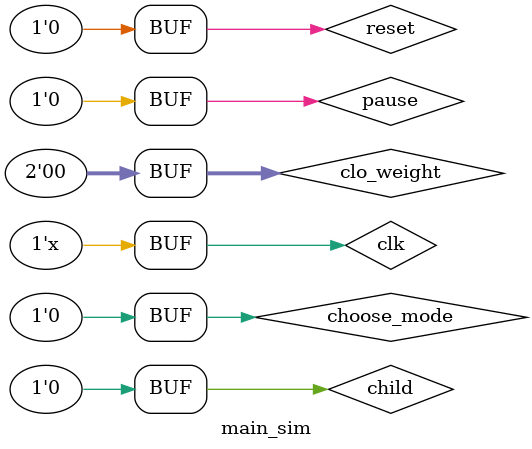
<source format=v>
`timescale 1ns / 1ps


module main_sim();
	reg reset, clk, pause, choose_mode, child;
	reg [1:0] clo_weight;
	wire bee, power_on, start, washing, rinsing, drying, water_in, water_out;
	wire [6:0] show_num;
	wire [3:0] work_state, mode_state;
	wire hold, cp, final_mode_wash, final_mode_rinse, final_mode_dry;
	wire [1:0] recount, time_up, weight;
	wire [7:0] num1, num2, num3, show_port;

	initial begin
		reset = 1;
		pause = 1;
		clk = 0;
		choose_mode = 0;
		child = 0;
		#2 choose_mode = 1;
		#2 choose_mode = 0;
		#50 clo_weight = 'b11;
		#50 clo_weight = 'b10;
		#50 clo_weight = 'b01;
		#50 clo_weight = 'b00;
		#1 pause = 0;
		#50 reset = 0;
		#5 reset = 1;
		#50 child = 1;
		#10 reset = 0;
		#200 reset = 1;
		#10 child = 0;
		#100 reset = 0;
	end

	main m (reset, clk, pause, choose_mode, clo_weight, child, bee, show_num, show_port, 
		power_on, start, washing, rinsing, drying, water_in, water_out, final_mode_wash,
		final_mode_rinse, final_mode_dry, mode_state,
		  time_up, work_state, hold, recount, cp, num1, num2, num3, weight);
	always #1 clk = ~clk;
endmodule

</source>
